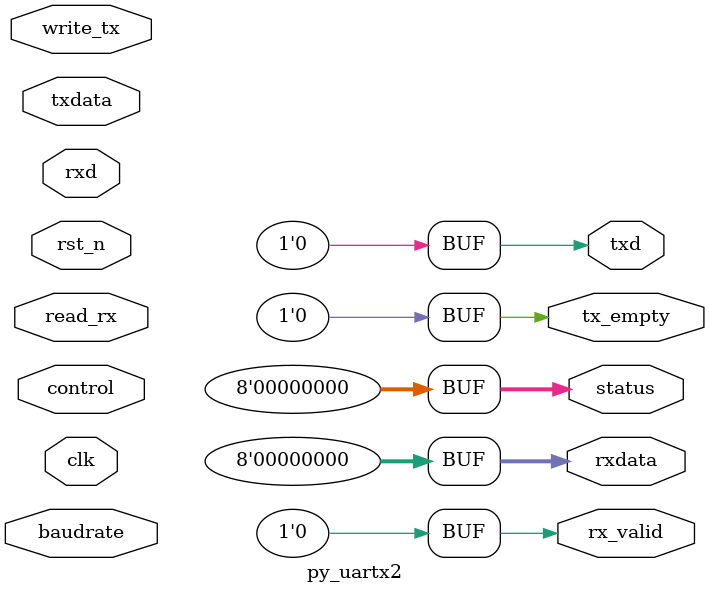
<source format=v>
module py_uartx2 (
     input [15:0] baudrate
    ,input    clk
    ,input [7:0] control
    ,input    rst_n
    ,input    read_rx
    ,input    rxd
    ,input [7:0] txdata
    ,input    write_tx
    ,output reg    rx_valid
    ,output reg [7:0] rxdata
    ,output reg [7:0] status
    ,output reg    tx_empty
    ,output reg    txd
);
initial begin
    rx_valid = 0;
    rxdata = 0;
    status = 0;
    tx_empty = 0;
    txd = 0;
end
endmodule

</source>
